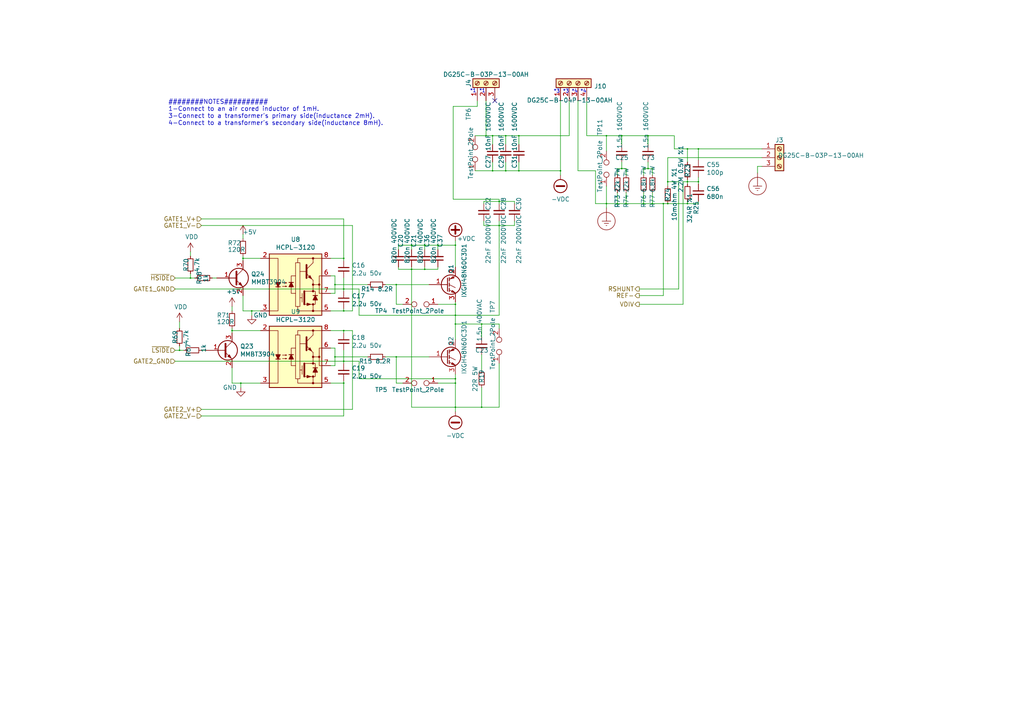
<source format=kicad_sch>
(kicad_sch (version 20201015) (generator eeschema)
  (page 1 7)
  (paper "A4")
  (lib_symbols
    (symbol "Connector:Screw_Terminal_01x03" (pin_names hide)
      (property "Reference" "J" (at 0 5.08 0))
      (property "Value" "Screw_Terminal_01x03" (at 0 -5.08 0))
      (symbol "Screw_Terminal_01x03_1_1"
        (pin passive line (at -5.08 2.54 0) (length 3.81) (name "Pin_1") (number "1"))
        (pin passive line (at -5.08 0 0) (length 3.81) (name "Pin_2") (number "2"))
        (pin passive line (at -5.08 -2.54 0) (length 3.81) (name "Pin_3") (number "3"))
      )
    )
    (symbol "Connector:Screw_Terminal_01x03_1" (pin_names hide)
      (property "Reference" "J" (at 0 5.08 0))
      (property "Value" "Screw_Terminal_01x03" (at 0 -5.08 0))
      (symbol "Screw_Terminal_01x03_1_1_1"
        (pin passive line (at -5.08 2.54 0) (length 3.81) (name "Pin_1") (number "1"))
        (pin passive line (at -5.08 0 0) (length 3.81) (name "Pin_2") (number "2"))
        (pin passive line (at -5.08 -2.54 0) (length 3.81) (name "Pin_3") (number "3"))
      )
    )
    (symbol "Connector:Screw_Terminal_01x04" (pin_names hide)
      (property "Reference" "J" (at 0 5.08 0))
      (property "Value" "Screw_Terminal_01x04" (at 0 -7.62 0))
      (symbol "Screw_Terminal_01x04_1_1"
        (pin passive line (at -5.08 2.54 0) (length 3.81) (name "Pin_1") (number "1"))
        (pin passive line (at -5.08 0 0) (length 3.81) (name "Pin_2") (number "2"))
        (pin passive line (at -5.08 -2.54 0) (length 3.81) (name "Pin_3") (number "3"))
        (pin passive line (at -5.08 -5.08 0) (length 3.81) (name "Pin_4") (number "4"))
      )
    )
    (symbol "Connector:TestPoint_2Pole" (pin_names (offset 0.762) hide)
      (property "Reference" "TP" (at 0 1.524 0))
      (property "Value" "TestPoint_2Pole" (at 0 -1.778 0))
      (symbol "TestPoint_2Pole_0_1"
        (pin passive line (at -5.08 0 0) (length 2.54) (name "1") (number "1"))
        (pin passive line (at 5.08 0 180) (length 2.54) (name "2") (number "2"))
      )
    )
    (symbol "Device:C_Small_1" (pin_numbers hide) (pin_names (offset 0.254) hide)
      (property "Reference" "C" (at 0.254 1.778 0))
      (property "Value" "C_Small" (at 0.254 -2.032 0))
      (symbol "C_Small_1_1_1"
        (pin passive line (at 0 2.54 270) (length 2.032) (name "~") (number "1"))
        (pin passive line (at 0 -2.54 90) (length 2.032) (name "~") (number "2"))
      )
    )
    (symbol "Device:C_Small_10" (pin_numbers hide) (pin_names (offset 0.254) hide)
      (property "Reference" "C" (at 0.254 1.778 0))
      (property "Value" "C_Small" (at 0.254 -2.032 0))
      (symbol "C_Small_10_1_1"
        (pin passive line (at 0 2.54 270) (length 2.032) (name "~") (number "1"))
        (pin passive line (at 0 -2.54 90) (length 2.032) (name "~") (number "2"))
      )
    )
    (symbol "Device:C_Small_14" (pin_numbers hide) (pin_names (offset 0.254) hide)
      (property "Reference" "C" (at 0.254 1.778 0))
      (property "Value" "C_Small" (at 0.254 -2.032 0))
      (symbol "C_Small_14_1_1"
        (pin passive line (at 0 2.54 270) (length 2.032) (name "~") (number "1"))
        (pin passive line (at 0 -2.54 90) (length 2.032) (name "~") (number "2"))
      )
    )
    (symbol "Device:C_Small_17" (pin_numbers hide) (pin_names (offset 0.254) hide)
      (property "Reference" "C" (at 0.254 1.778 0))
      (property "Value" "C_Small" (at 0.254 -2.032 0))
      (symbol "C_Small_17_1_1"
        (pin passive line (at 0 2.54 270) (length 2.032) (name "~") (number "1"))
        (pin passive line (at 0 -2.54 90) (length 2.032) (name "~") (number "2"))
      )
    )
    (symbol "Device:C_Small_19" (pin_numbers hide) (pin_names (offset 0.254) hide)
      (property "Reference" "C" (at 0.254 1.778 0))
      (property "Value" "C_Small" (at 0.254 -2.032 0))
      (symbol "C_Small_19_1_1"
        (pin passive line (at 0 2.54 270) (length 2.032) (name "~") (number "1"))
        (pin passive line (at 0 -2.54 90) (length 2.032) (name "~") (number "2"))
      )
    )
    (symbol "Device:C_Small_2" (pin_numbers hide) (pin_names (offset 0.254) hide)
      (property "Reference" "C" (at 0.254 1.778 0))
      (property "Value" "C_Small" (at 0.254 -2.032 0))
      (symbol "C_Small_2_1_1"
        (pin passive line (at 0 2.54 270) (length 2.032) (name "~") (number "1"))
        (pin passive line (at 0 -2.54 90) (length 2.032) (name "~") (number "2"))
      )
    )
    (symbol "Device:C_Small_3" (pin_numbers hide) (pin_names (offset 0.254) hide)
      (property "Reference" "C" (at 0.254 1.778 0))
      (property "Value" "C_Small" (at 0.254 -2.032 0))
      (symbol "C_Small_3_1_1"
        (pin passive line (at 0 2.54 270) (length 2.032) (name "~") (number "1"))
        (pin passive line (at 0 -2.54 90) (length 2.032) (name "~") (number "2"))
      )
    )
    (symbol "Device:C_Small_5" (pin_numbers hide) (pin_names (offset 0.254) hide)
      (property "Reference" "C" (at 0.254 1.778 0))
      (property "Value" "C_Small" (at 0.254 -2.032 0))
      (symbol "C_Small_5_1_1"
        (pin passive line (at 0 2.54 270) (length 2.032) (name "~") (number "1"))
        (pin passive line (at 0 -2.54 90) (length 2.032) (name "~") (number "2"))
      )
    )
    (symbol "Device:C_Small_6" (pin_numbers hide) (pin_names (offset 0.254) hide)
      (property "Reference" "C" (at 0.254 1.778 0))
      (property "Value" "C_Small" (at 0.254 -2.032 0))
      (symbol "C_Small_6_1_1"
        (pin passive line (at 0 2.54 270) (length 2.032) (name "~") (number "1"))
        (pin passive line (at 0 -2.54 90) (length 2.032) (name "~") (number "2"))
      )
    )
    (symbol "Device:C_Small_9" (pin_numbers hide) (pin_names (offset 0.254) hide)
      (property "Reference" "C" (at 0.254 1.778 0))
      (property "Value" "C_Small" (at 0.254 -2.032 0))
      (symbol "C_Small_9_1_1"
        (pin passive line (at 0 2.54 270) (length 2.032) (name "~") (number "1"))
        (pin passive line (at 0 -2.54 90) (length 2.032) (name "~") (number "2"))
      )
    )
    (symbol "Device:Q_NIGBT_GCE_1" (pin_names (offset 0) hide)
      (property "Reference" "Q" (at 5.08 1.27 0))
      (property "Value" "Q_NIGBT_GCE" (at 5.08 -1.27 0))
      (symbol "Q_NIGBT_GCE_1_1_1"
        (pin input line (at -5.08 0 0) (length 5.334) (name "G") (number "1"))
        (pin passive line (at 2.54 5.08 270) (length 2.54) (name "C") (number "2"))
        (pin passive line (at 2.54 -5.08 90) (length 2.54) (name "E") (number "3"))
      )
    )
    (symbol "Device:R_Small_1" (pin_numbers hide) (pin_names (offset 0.254) hide)
      (property "Reference" "R" (at 0.762 0.508 0))
      (property "Value" "R_Small" (at 0.762 -1.016 0))
      (symbol "R_Small_1_1_1"
        (pin passive line (at 0 2.54 270) (length 0.762) (name "~") (number "1"))
        (pin passive line (at 0 -2.54 90) (length 0.762) (name "~") (number "2"))
      )
    )
    (symbol "Device:R_Small_10" (pin_numbers hide) (pin_names (offset 0.254) hide)
      (property "Reference" "R" (at 0.762 0.508 0))
      (property "Value" "R_Small" (at 0.762 -1.016 0))
      (symbol "R_Small_10_1_1"
        (pin passive line (at 0 2.54 270) (length 0.762) (name "~") (number "1"))
        (pin passive line (at 0 -2.54 90) (length 0.762) (name "~") (number "2"))
      )
    )
    (symbol "Device:R_Small_11" (pin_numbers hide) (pin_names (offset 0.254) hide)
      (property "Reference" "R" (at 0.762 0.508 0))
      (property "Value" "R_Small" (at 0.762 -1.016 0))
      (symbol "R_Small_11_1_1"
        (pin passive line (at 0 2.54 270) (length 0.762) (name "~") (number "1"))
        (pin passive line (at 0 -2.54 90) (length 0.762) (name "~") (number "2"))
      )
    )
    (symbol "Device:R_Small_14" (pin_numbers hide) (pin_names (offset 0.254) hide)
      (property "Reference" "R" (at 0.762 0.508 0))
      (property "Value" "R_Small" (at 0.762 -1.016 0))
      (symbol "R_Small_14_1_1"
        (pin passive line (at 0 2.54 270) (length 0.762) (name "~") (number "1"))
        (pin passive line (at 0 -2.54 90) (length 0.762) (name "~") (number "2"))
      )
    )
    (symbol "Device:R_Small_15" (pin_numbers hide) (pin_names (offset 0.254) hide)
      (property "Reference" "R" (at 0.762 0.508 0))
      (property "Value" "R_Small" (at 0.762 -1.016 0))
      (symbol "R_Small_15_1_1"
        (pin passive line (at 0 2.54 270) (length 0.762) (name "~") (number "1"))
        (pin passive line (at 0 -2.54 90) (length 0.762) (name "~") (number "2"))
      )
    )
    (symbol "Device:R_Small_16" (pin_numbers hide) (pin_names (offset 0.254) hide)
      (property "Reference" "R" (at 0.762 0.508 0))
      (property "Value" "R_Small" (at 0.762 -1.016 0))
      (symbol "R_Small_16_1_1"
        (pin passive line (at 0 2.54 270) (length 0.762) (name "~") (number "1"))
        (pin passive line (at 0 -2.54 90) (length 0.762) (name "~") (number "2"))
      )
    )
    (symbol "Device:R_Small_2" (pin_numbers hide) (pin_names (offset 0.254) hide)
      (property "Reference" "R" (at 0.762 0.508 0))
      (property "Value" "R_Small" (at 0.762 -1.016 0))
      (symbol "R_Small_2_1_1"
        (pin passive line (at 0 2.54 270) (length 0.762) (name "~") (number "1"))
        (pin passive line (at 0 -2.54 90) (length 0.762) (name "~") (number "2"))
      )
    )
    (symbol "Device:R_Small_23" (pin_numbers hide) (pin_names (offset 0.254) hide)
      (property "Reference" "R" (at 0.762 0.508 0))
      (property "Value" "R_Small" (at 0.762 -1.016 0))
      (symbol "R_Small_23_1_1"
        (pin passive line (at 0 2.54 270) (length 0.762) (name "~") (number "1"))
        (pin passive line (at 0 -2.54 90) (length 0.762) (name "~") (number "2"))
      )
    )
    (symbol "Device:R_Small_4" (pin_numbers hide) (pin_names (offset 0.254) hide)
      (property "Reference" "R" (at 0.762 0.508 0))
      (property "Value" "R_Small" (at 0.762 -1.016 0))
      (symbol "R_Small_4_1_1"
        (pin passive line (at 0 2.54 270) (length 0.762) (name "~") (number "1"))
        (pin passive line (at 0 -2.54 90) (length 0.762) (name "~") (number "2"))
      )
    )
    (symbol "Device:R_Small_5" (pin_numbers hide) (pin_names (offset 0.254) hide)
      (property "Reference" "R" (at 0.762 0.508 0))
      (property "Value" "R_Small" (at 0.762 -1.016 0))
      (symbol "R_Small_5_1_1"
        (pin passive line (at 0 2.54 270) (length 0.762) (name "~") (number "1"))
        (pin passive line (at 0 -2.54 90) (length 0.762) (name "~") (number "2"))
      )
    )
    (symbol "Device:R_Small_6" (pin_numbers hide) (pin_names (offset 0.254) hide)
      (property "Reference" "R" (at 0.762 0.508 0))
      (property "Value" "R_Small" (at 0.762 -1.016 0))
      (symbol "R_Small_6_1_1"
        (pin passive line (at 0 2.54 270) (length 0.762) (name "~") (number "1"))
        (pin passive line (at 0 -2.54 90) (length 0.762) (name "~") (number "2"))
      )
    )
    (symbol "Device:R_Small_8" (pin_numbers hide) (pin_names (offset 0.254) hide)
      (property "Reference" "R" (at 0.762 0.508 0))
      (property "Value" "R_Small" (at 0.762 -1.016 0))
      (symbol "R_Small_8_1_1"
        (pin passive line (at 0 2.54 270) (length 0.762) (name "~") (number "1"))
        (pin passive line (at 0 -2.54 90) (length 0.762) (name "~") (number "2"))
      )
    )
    (symbol "Device:R_Small_9" (pin_numbers hide) (pin_names (offset 0.254) hide)
      (property "Reference" "R" (at 0.762 0.508 0))
      (property "Value" "R_Small" (at 0.762 -1.016 0))
      (symbol "R_Small_9_1_1"
        (pin passive line (at 0 2.54 270) (length 0.762) (name "~") (number "1"))
        (pin passive line (at 0 -2.54 90) (length 0.762) (name "~") (number "2"))
      )
    )
    (symbol "Driver_FET:HCPL-3120" (pin_names hide)
      (property "Reference" "U" (at 0 12.7 0))
      (property "Value" "HCPL-3120" (at 0 10.16 0))
      (symbol "HCPL-3120_1_1"
        (pin unconnected line (at -7.62 2.54 0) (length 2.54) hide (name "NC") (number "1"))
        (pin passive line (at -10.16 7.62 0) (length 2.54) (name "A") (number "2"))
        (pin passive line (at -10.16 -7.62 0) (length 2.54) (name "C") (number "3"))
        (pin unconnected line (at -7.62 -2.54 0) (length 2.54) hide (name "NC") (number "4"))
        (pin power_out line (at 10.16 -7.62 180) (length 2.54) (name "VEE") (number "5"))
        (pin output line (at 10.16 2.54 180) (length 2.54) (name "VO") (number "6"))
        (pin output line (at 10.16 -2.54 180) (length 2.54) (name "VO") (number "7"))
        (pin power_in line (at 10.16 7.62 180) (length 2.54) (name "VCC") (number "8"))
      )
    )
    (symbol "Transistor_BJT:MMBT3904" (pin_names (offset 0) hide)
      (property "Reference" "Q" (at 5.08 1.905 0))
      (property "Value" "MMBT3904" (at 5.08 0 0))
      (symbol "MMBT3904_1_1"
        (pin input line (at -5.08 0 0) (length 5.715) (name "B") (number "1"))
        (pin passive line (at 2.54 -5.08 90) (length 2.54) (name "E") (number "2"))
        (pin passive line (at 2.54 5.08 270) (length 2.54) (name "C") (number "3"))
      )
    )
    (symbol "Transistor_BJT:MMBT3904_1" (pin_names (offset 0) hide)
      (property "Reference" "Q" (at 5.08 1.905 0))
      (property "Value" "MMBT3904" (at 5.08 0 0))
      (symbol "MMBT3904_1_1_1"
        (pin input line (at -5.08 0 0) (length 5.715) (name "B") (number "1"))
        (pin passive line (at 2.54 -5.08 90) (length 2.54) (name "E") (number "2"))
        (pin passive line (at 2.54 5.08 270) (length 2.54) (name "C") (number "3"))
      )
    )
    (symbol "power:+5V" (power) (pin_names (offset 0))
      (property "Value" "+5V" (at 0 3.556 0))
      (symbol "+5V_1_1"
        (pin power_in line (at 0 0 90) (length 0) hide (name "+5V") (number "1"))
      )
    )
    (symbol "power:+VDC" (power) (pin_names (offset 0))
      (property "Value" "+VDC" (at 0 6.35 0))
      (symbol "+VDC_1_1"
        (pin power_in line (at 0 0 90) (length 0) hide (name "+VDC") (number "1"))
      )
    )
    (symbol "power:-VDC" (power) (pin_names (offset 0))
      (property "Value" "-VDC" (at 0 6.35 0))
      (symbol "-VDC_1_1"
        (pin power_in line (at 0 0 90) (length 0) hide (name "-VDC") (number "1"))
      )
    )
    (symbol "power:Earth_Protective_1" (power) (pin_names (offset 0))
      (symbol "Earth_Protective_1_1_1"
        (pin power_in line (at 0 0 270) (length 0) hide (name "Earth_Protective") (number "1"))
      )
    )
    (symbol "power:GND" (power) (pin_names (offset 0))
      (property "Value" "GND" (at 0 -3.81 0))
      (symbol "GND_1_1"
        (pin power_in line (at 0 0 270) (length 0) hide (name "GND") (number "1"))
      )
    )
    (symbol "power:VDD" (power) (pin_names (offset 0))
      (property "Value" "VDD" (at 0 3.81 0))
      (symbol "VDD_1_1"
        (pin power_in line (at 0 0 90) (length 0) hide (name "VDD") (number "1"))
      )
    )
  )
  (junction (at 52.07 101.6) (diameter 0.3048))
  (junction (at 55.245 80.645) (diameter 0.3048))
  (junction (at 67.31 95.885) (diameter 0.3048))
  (junction (at 69.85 111.125) (diameter 0.3048))
  (junction (at 70.485 74.93) (diameter 0.3048))
  (junction (at 73.025 90.17) (diameter 0.3048))
  (junction (at 97.155 82.55) (diameter 0.3048))
  (junction (at 97.155 103.505) (diameter 0.3048))
  (junction (at 99.695 74.93) (diameter 0.3048))
  (junction (at 99.695 83.82) (diameter 0.3048))
  (junction (at 99.695 90.17) (diameter 0.3048))
  (junction (at 99.695 95.885) (diameter 0.3048))
  (junction (at 99.695 104.775) (diameter 0.3048))
  (junction (at 99.695 111.125) (diameter 0.3048))
  (junction (at 114.935 82.55) (diameter 0.3048))
  (junction (at 114.935 103.505) (diameter 0.3048))
  (junction (at 119.38 71.12) (diameter 0.3048))
  (junction (at 119.38 78.105) (diameter 0.3048))
  (junction (at 123.19 71.12) (diameter 0.3048))
  (junction (at 123.19 78.105) (diameter 0.3048))
  (junction (at 127 71.12) (diameter 0.3048))
  (junction (at 132.08 71.12) (diameter 0.3048))
  (junction (at 132.08 88.265) (diameter 0.3048))
  (junction (at 132.08 91.44) (diameter 0.3048))
  (junction (at 132.08 93.98) (diameter 0.3048))
  (junction (at 132.08 109.855) (diameter 0.3048))
  (junction (at 132.08 111.125) (diameter 0.3048))
  (junction (at 132.08 118.11) (diameter 0.3048))
  (junction (at 139.7 93.98) (diameter 0.3048))
  (junction (at 139.7 118.11) (diameter 0.3048))
  (junction (at 140.97 39.37) (diameter 0.3048))
  (junction (at 142.875 39.37) (diameter 0.3048))
  (junction (at 142.875 49.53) (diameter 0.3048))
  (junction (at 144.78 58.42) (diameter 0.3048))
  (junction (at 144.78 65.405) (diameter 0.3048))
  (junction (at 146.685 39.37) (diameter 0.3048))
  (junction (at 146.685 49.53) (diameter 0.3048))
  (junction (at 150.495 39.37) (diameter 0.3048))
  (junction (at 150.495 49.53) (diameter 0.3048))
  (junction (at 162.56 49.53) (diameter 0.3048))
  (junction (at 175.895 39.37) (diameter 0.3048))
  (junction (at 175.895 59.055) (diameter 0.3048))
  (junction (at 179.07 59.055) (diameter 0.3048))
  (junction (at 180.34 39.37) (diameter 0.3048))
  (junction (at 180.34 48.895) (diameter 0.3048))
  (junction (at 181.61 59.055) (diameter 0.3048))
  (junction (at 186.69 59.055) (diameter 0.3048))
  (junction (at 187.96 39.37) (diameter 0.3048))
  (junction (at 187.96 48.895) (diameter 0.3048))
  (junction (at 189.23 59.055) (diameter 0.3048))
  (junction (at 192.405 59.055) (diameter 0.3048))
  (junction (at 193.675 52.705) (diameter 0.3048))
  (junction (at 193.675 59.055) (diameter 0.3048))
  (junction (at 199.39 43.18) (diameter 0.3048))
  (junction (at 199.39 52.705) (diameter 0.3048))
  (junction (at 199.39 59.055) (diameter 0.3048))
  (junction (at 202.565 43.18) (diameter 0.3048))
  (junction (at 202.565 52.705) (diameter 0.3048))
  (no_connect (at 143.51 29.21))
  (wire (pts (xy 50.8 80.645) (xy 55.245 80.645)))
  (wire (pts (xy 50.8 83.82) (xy 99.695 83.82)))
  (wire (pts (xy 50.8 101.6) (xy 52.07 101.6)))
  (wire (pts (xy 50.8 104.775) (xy 99.695 104.775)))
  (wire (pts (xy 52.07 93.345) (xy 52.07 95.25)))
  (wire (pts (xy 52.07 100.33) (xy 52.07 101.6)))
  (wire (pts (xy 52.07 101.6) (xy 53.34 101.6)))
  (wire (pts (xy 55.245 73.025) (xy 55.245 74.295)))
  (wire (pts (xy 55.245 79.375) (xy 55.245 80.645)))
  (wire (pts (xy 55.245 80.645) (xy 56.515 80.645)))
  (wire (pts (xy 58.42 65.405) (xy 102.235 65.405)))
  (wire (pts (xy 58.42 101.6) (xy 59.69 101.6)))
  (wire (pts (xy 58.42 118.745) (xy 102.235 118.745)))
  (wire (pts (xy 61.595 80.645) (xy 62.865 80.645)))
  (wire (pts (xy 67.31 88.9) (xy 67.31 90.17)))
  (wire (pts (xy 67.31 95.25) (xy 67.31 95.885)))
  (wire (pts (xy 67.31 95.885) (xy 67.31 96.52)))
  (wire (pts (xy 67.31 95.885) (xy 75.565 95.885)))
  (wire (pts (xy 67.31 106.68) (xy 67.31 111.125)))
  (wire (pts (xy 67.31 111.125) (xy 69.85 111.125)))
  (wire (pts (xy 69.85 111.125) (xy 75.565 111.125)))
  (wire (pts (xy 69.85 112.395) (xy 69.85 111.125)))
  (wire (pts (xy 70.485 67.945) (xy 70.485 69.215)))
  (wire (pts (xy 70.485 74.295) (xy 70.485 74.93)))
  (wire (pts (xy 70.485 74.93) (xy 75.565 74.93)))
  (wire (pts (xy 70.485 75.565) (xy 70.485 74.93)))
  (wire (pts (xy 70.485 85.725) (xy 70.485 90.17)))
  (wire (pts (xy 70.485 90.17) (xy 73.025 90.17)))
  (wire (pts (xy 73.025 90.17) (xy 75.565 90.17)))
  (wire (pts (xy 73.025 91.44) (xy 73.025 90.17)))
  (wire (pts (xy 95.885 74.93) (xy 99.695 74.93)))
  (wire (pts (xy 95.885 85.09) (xy 97.155 85.09)))
  (wire (pts (xy 95.885 90.17) (xy 99.695 90.17)))
  (wire (pts (xy 95.885 95.885) (xy 99.695 95.885)))
  (wire (pts (xy 95.885 106.045) (xy 97.155 106.045)))
  (wire (pts (xy 95.885 111.125) (xy 99.695 111.125)))
  (wire (pts (xy 97.155 80.01) (xy 95.885 80.01)))
  (wire (pts (xy 97.155 82.55) (xy 97.155 80.01)))
  (wire (pts (xy 97.155 82.55) (xy 106.68 82.55)))
  (wire (pts (xy 97.155 85.09) (xy 97.155 82.55)))
  (wire (pts (xy 97.155 100.965) (xy 95.885 100.965)))
  (wire (pts (xy 97.155 103.505) (xy 97.155 100.965)))
  (wire (pts (xy 97.155 103.505) (xy 106.68 103.505)))
  (wire (pts (xy 97.155 106.045) (xy 97.155 103.505)))
  (wire (pts (xy 99.695 63.5) (xy 58.42 63.5)))
  (wire (pts (xy 99.695 74.93) (xy 99.695 63.5)))
  (wire (pts (xy 99.695 74.93) (xy 99.695 75.565)))
  (wire (pts (xy 99.695 80.645) (xy 99.695 83.82)))
  (wire (pts (xy 99.695 83.82) (xy 99.695 84.455)))
  (wire (pts (xy 99.695 83.82) (xy 104.14 83.82)))
  (wire (pts (xy 99.695 90.17) (xy 99.695 89.535)))
  (wire (pts (xy 99.695 90.17) (xy 102.235 90.17)))
  (wire (pts (xy 99.695 95.885) (xy 99.695 96.52)))
  (wire (pts (xy 99.695 101.6) (xy 99.695 104.775)))
  (wire (pts (xy 99.695 104.775) (xy 99.695 105.41)))
  (wire (pts (xy 99.695 111.125) (xy 99.695 110.49)))
  (wire (pts (xy 99.695 111.125) (xy 99.695 120.65)))
  (wire (pts (xy 99.695 120.65) (xy 58.42 120.65)))
  (wire (pts (xy 102.235 90.17) (xy 102.235 65.405)))
  (wire (pts (xy 102.235 95.885) (xy 99.695 95.885)))
  (wire (pts (xy 102.235 118.745) (xy 102.235 95.885)))
  (wire (pts (xy 104.14 83.82) (xy 104.14 91.44)))
  (wire (pts (xy 104.14 91.44) (xy 132.08 91.44)))
  (wire (pts (xy 104.14 104.775) (xy 99.695 104.775)))
  (wire (pts (xy 104.14 109.855) (xy 104.14 104.775)))
  (wire (pts (xy 104.14 109.855) (xy 132.08 109.855)))
  (wire (pts (xy 111.76 82.55) (xy 114.935 82.55)))
  (wire (pts (xy 111.76 103.505) (xy 114.935 103.505)))
  (wire (pts (xy 114.935 82.55) (xy 124.46 82.55)))
  (wire (pts (xy 114.935 88.265) (xy 114.935 82.55)))
  (wire (pts (xy 114.935 103.505) (xy 124.46 103.505)))
  (wire (pts (xy 114.935 111.125) (xy 114.935 103.505)))
  (wire (pts (xy 114.935 111.125) (xy 116.84 111.125)))
  (wire (pts (xy 115.57 71.12) (xy 119.38 71.12)))
  (wire (pts (xy 115.57 72.39) (xy 115.57 71.12)))
  (wire (pts (xy 115.57 77.47) (xy 115.57 78.105)))
  (wire (pts (xy 115.57 78.105) (xy 119.38 78.105)))
  (wire (pts (xy 116.84 88.265) (xy 114.935 88.265)))
  (wire (pts (xy 119.38 71.12) (xy 119.38 72.39)))
  (wire (pts (xy 119.38 71.12) (xy 123.19 71.12)))
  (wire (pts (xy 119.38 78.105) (xy 119.38 77.47)))
  (wire (pts (xy 119.38 78.105) (xy 119.38 118.11)))
  (wire (pts (xy 119.38 78.105) (xy 123.19 78.105)))
  (wire (pts (xy 119.38 118.11) (xy 132.08 118.11)))
  (wire (pts (xy 123.19 71.12) (xy 123.19 72.39)))
  (wire (pts (xy 123.19 71.12) (xy 127 71.12)))
  (wire (pts (xy 123.19 77.47) (xy 123.19 78.105)))
  (wire (pts (xy 123.19 78.105) (xy 127 78.105)))
  (wire (pts (xy 127 71.12) (xy 127 72.39)))
  (wire (pts (xy 127 71.12) (xy 132.08 71.12)))
  (wire (pts (xy 127 77.47) (xy 127 78.105)))
  (wire (pts (xy 127 88.265) (xy 132.08 88.265)))
  (wire (pts (xy 127 111.125) (xy 132.08 111.125)))
  (wire (pts (xy 131.445 30.861) (xy 131.445 57.785)))
  (wire (pts (xy 131.445 57.785) (xy 144.78 57.785)))
  (wire (pts (xy 132.08 69.85) (xy 132.08 71.12)))
  (wire (pts (xy 132.08 71.12) (xy 132.08 77.47)))
  (wire (pts (xy 132.08 87.63) (xy 132.08 88.265)))
  (wire (pts (xy 132.08 88.265) (xy 132.08 91.44)))
  (wire (pts (xy 132.08 91.44) (xy 132.08 93.98)))
  (wire (pts (xy 132.08 91.44) (xy 144.78 91.44)))
  (wire (pts (xy 132.08 93.98) (xy 132.08 98.425)))
  (wire (pts (xy 132.08 93.98) (xy 139.7 93.98)))
  (wire (pts (xy 132.08 108.585) (xy 132.08 109.855)))
  (wire (pts (xy 132.08 111.125) (xy 132.08 109.855)))
  (wire (pts (xy 132.08 111.125) (xy 132.08 118.11)))
  (wire (pts (xy 132.08 118.11) (xy 132.08 119.38)))
  (wire (pts (xy 132.08 118.11) (xy 139.7 118.11)))
  (wire (pts (xy 137.795 39.37) (xy 140.97 39.37)))
  (wire (pts (xy 137.795 49.53) (xy 142.875 49.53)))
  (wire (pts (xy 138.43 29.21) (xy 138.43 30.861)))
  (wire (pts (xy 138.43 30.861) (xy 131.445 30.861)))
  (wire (pts (xy 139.7 97.79) (xy 139.7 93.98)))
  (wire (pts (xy 139.7 102.87) (xy 139.7 107.315)))
  (wire (pts (xy 139.7 112.395) (xy 139.7 118.11)))
  (wire (pts (xy 139.7 118.11) (xy 144.78 118.11)))
  (wire (pts (xy 140.335 58.42) (xy 144.78 58.42)))
  (wire (pts (xy 140.335 59.055) (xy 140.335 58.42)))
  (wire (pts (xy 140.335 64.135) (xy 140.335 65.405)))
  (wire (pts (xy 140.335 65.405) (xy 144.78 65.405)))
  (wire (pts (xy 140.97 29.21) (xy 140.97 39.37)))
  (wire (pts (xy 140.97 39.37) (xy 142.875 39.37)))
  (wire (pts (xy 142.875 39.37) (xy 142.875 41.91)))
  (wire (pts (xy 142.875 39.37) (xy 146.685 39.37)))
  (wire (pts (xy 142.875 46.99) (xy 142.875 49.53)))
  (wire (pts (xy 142.875 49.53) (xy 146.685 49.53)))
  (wire (pts (xy 144.78 57.785) (xy 144.78 58.42)))
  (wire (pts (xy 144.78 58.42) (xy 144.78 59.055)))
  (wire (pts (xy 144.78 58.42) (xy 149.225 58.42)))
  (wire (pts (xy 144.78 64.135) (xy 144.78 65.405)))
  (wire (pts (xy 144.78 65.405) (xy 144.78 91.44)))
  (wire (pts (xy 144.78 65.405) (xy 149.225 65.405)))
  (wire (pts (xy 144.78 93.98) (xy 139.7 93.98)))
  (wire (pts (xy 144.78 95.25) (xy 144.78 93.98)))
  (wire (pts (xy 144.78 105.41) (xy 144.78 118.11)))
  (wire (pts (xy 146.685 39.37) (xy 146.685 41.91)))
  (wire (pts (xy 146.685 39.37) (xy 150.495 39.37)))
  (wire (pts (xy 146.685 46.99) (xy 146.685 49.53)))
  (wire (pts (xy 146.685 49.53) (xy 150.495 49.53)))
  (wire (pts (xy 149.225 58.42) (xy 149.225 59.055)))
  (wire (pts (xy 149.225 64.135) (xy 149.225 65.405)))
  (wire (pts (xy 150.495 39.37) (xy 150.495 41.91)))
  (wire (pts (xy 150.495 39.37) (xy 165.1 39.37)))
  (wire (pts (xy 150.495 46.99) (xy 150.495 49.53)))
  (wire (pts (xy 150.495 49.53) (xy 162.56 49.53)))
  (wire (pts (xy 162.56 29.21) (xy 162.56 49.53)))
  (wire (pts (xy 162.56 49.53) (xy 162.56 50.8)))
  (wire (pts (xy 165.1 39.37) (xy 165.1 29.21)))
  (wire (pts (xy 167.64 29.21) (xy 167.64 49.53)))
  (wire (pts (xy 167.64 49.53) (xy 172.72 49.53)))
  (wire (pts (xy 170.18 29.21) (xy 170.18 39.37)))
  (wire (pts (xy 170.18 39.37) (xy 175.895 39.37)))
  (wire (pts (xy 172.72 49.53) (xy 172.72 59.055)))
  (wire (pts (xy 172.72 59.055) (xy 175.895 59.055)))
  (wire (pts (xy 175.895 39.37) (xy 175.895 43.815)))
  (wire (pts (xy 175.895 39.37) (xy 180.34 39.37)))
  (wire (pts (xy 175.895 53.975) (xy 175.895 59.055)))
  (wire (pts (xy 175.895 59.055) (xy 175.895 60.325)))
  (wire (pts (xy 175.895 59.055) (xy 179.07 59.055)))
  (wire (pts (xy 179.07 48.895) (xy 179.07 50.8)))
  (wire (pts (xy 179.07 55.88) (xy 179.07 59.055)))
  (wire (pts (xy 179.07 59.055) (xy 181.61 59.055)))
  (wire (pts (xy 180.34 39.37) (xy 180.34 41.91)))
  (wire (pts (xy 180.34 39.37) (xy 187.96 39.37)))
  (wire (pts (xy 180.34 46.99) (xy 180.34 48.895)))
  (wire (pts (xy 180.34 48.895) (xy 179.07 48.895)))
  (wire (pts (xy 180.34 48.895) (xy 181.61 48.895)))
  (wire (pts (xy 181.61 48.895) (xy 181.61 50.8)))
  (wire (pts (xy 181.61 55.88) (xy 181.61 59.055)))
  (wire (pts (xy 181.61 59.055) (xy 186.69 59.055)))
  (wire (pts (xy 185.42 83.82) (xy 196.85 83.82)))
  (wire (pts (xy 185.42 85.725) (xy 192.405 85.725)))
  (wire (pts (xy 185.42 88.265) (xy 198.12 88.265)))
  (wire (pts (xy 186.69 48.895) (xy 186.69 50.8)))
  (wire (pts (xy 186.69 48.895) (xy 187.96 48.895)))
  (wire (pts (xy 186.69 55.88) (xy 186.69 59.055)))
  (wire (pts (xy 186.69 59.055) (xy 189.23 59.055)))
  (wire (pts (xy 187.96 39.37) (xy 187.96 41.91)))
  (wire (pts (xy 187.96 39.37) (xy 195.58 39.37)))
  (wire (pts (xy 187.96 46.99) (xy 187.96 48.895)))
  (wire (pts (xy 187.96 48.895) (xy 189.23 48.895)))
  (wire (pts (xy 189.23 48.895) (xy 189.23 50.8)))
  (wire (pts (xy 189.23 55.88) (xy 189.23 59.055)))
  (wire (pts (xy 189.23 59.055) (xy 192.405 59.055)))
  (wire (pts (xy 192.405 59.055) (xy 193.675 59.055)))
  (wire (pts (xy 192.405 85.725) (xy 192.405 59.055)))
  (wire (pts (xy 193.675 45.72) (xy 193.675 52.705)))
  (wire (pts (xy 193.675 45.72) (xy 220.98 45.72)))
  (wire (pts (xy 193.675 52.705) (xy 193.675 53.975)))
  (wire (pts (xy 193.675 59.055) (xy 199.39 59.055)))
  (wire (pts (xy 195.58 39.37) (xy 195.58 43.18)))
  (wire (pts (xy 195.58 43.18) (xy 199.39 43.18)))
  (wire (pts (xy 196.85 52.705) (xy 193.675 52.705)))
  (wire (pts (xy 196.85 83.82) (xy 196.85 52.705)))
  (wire (pts (xy 198.12 52.705) (xy 198.12 88.265)))
  (wire (pts (xy 199.39 43.18) (xy 199.39 46.99)))
  (wire (pts (xy 199.39 43.18) (xy 202.565 43.18)))
  (wire (pts (xy 199.39 52.07) (xy 199.39 52.705)))
  (wire (pts (xy 199.39 52.705) (xy 198.12 52.705)))
  (wire (pts (xy 199.39 52.705) (xy 199.39 53.34)))
  (wire (pts (xy 199.39 52.705) (xy 202.565 52.705)))
  (wire (pts (xy 199.39 59.055) (xy 199.39 58.42)))
  (wire (pts (xy 199.39 59.055) (xy 202.565 59.055)))
  (wire (pts (xy 202.565 43.18) (xy 202.565 46.355)))
  (wire (pts (xy 202.565 43.18) (xy 220.98 43.18)))
  (wire (pts (xy 202.565 52.705) (xy 202.565 51.435)))
  (wire (pts (xy 202.565 52.705) (xy 202.565 53.34)))
  (wire (pts (xy 202.565 59.055) (xy 202.565 58.42)))
  (wire (pts (xy 219.71 48.26) (xy 219.71 50.165)))
  (wire (pts (xy 219.71 48.26) (xy 220.98 48.26)))
  (text "########NOTES##########\n1-Connect to an air cored inductor of 1mH.\n3-Connect to a transformer's primary side(inductance 2mH).\n4-Connect to a transformer's secondary side(inductance 8mH).\n" (at 48.768 36.576 0) (effects (font (size 1.27 1.27)) (justify left bottom)))
  (text "*1" (at 138.176 27.051 180) (effects (font (size 1 1)) (justify right bottom)))
  (text "*1\n" (at 140.843 27.051 180) (effects (font (size 1 1)) (justify right bottom)))
  (text "*3" (at 160.528 27.178 0) (effects (font (size 1 1)) (justify left bottom)))
  (text "*3" (at 163.195 27.178 0) (effects (font (size 0.991 0.991)) (justify left bottom)))
  (text "*4" (at 165.735 27.178 0) (effects (font (size 0.991 0.991)) (justify left bottom)))
  (text "*4" (at 168.275 27.178 0) (effects (font (size 0.991 0.991)) (justify left bottom)))
  (hierarchical_label "~HSIDE" (shape input) (at 50.8 80.645 180))
  (hierarchical_label "GATE1_GND" (shape input) (at 50.8 83.82 180))
  (hierarchical_label "~LSIDE" (shape input) (at 50.8 101.6 180))
  (hierarchical_label "GATE2_GND" (shape input) (at 50.8 104.775 180))
  (hierarchical_label "GATE1_V+" (shape input) (at 58.42 63.5 180))
  (hierarchical_label "GATE1_V-" (shape input) (at 58.42 65.405 180))
  (hierarchical_label "GATE2_V+" (shape input) (at 58.42 118.745 180))
  (hierarchical_label "GATE2_V-" (shape input) (at 58.42 120.65 180))
  (hierarchical_label "RSHUNT" (shape output) (at 185.42 83.82 180))
  (hierarchical_label "REF-" (shape output) (at 185.42 85.725 180))
  (hierarchical_label "VDIV" (shape output) (at 185.42 88.265 180))
  (symbol (lib_id "power:VDD") (at 52.07 93.345 0) (unit 1)
    (property "Reference" "#PWR06" (effects hide))
    (property "Value" "VDD" (at 52.4383 89.0206 0))
  )
  (symbol (lib_id "power:VDD") (at 55.245 73.025 0) (unit 1)
    (property "Reference" "#PWR07" (effects hide))
    (property "Value" "VDD" (at 55.6133 68.7006 0))
  )
  (symbol (lib_id "power:+5V") (at 67.31 88.9 0) (unit 1)
    (property "Reference" "#PWR0126" (effects hide))
    (property "Value" "+5V" (at 67.691 84.582 0))
  )
  (symbol (lib_id "power:+5V") (at 70.485 67.945 0) (unit 1)
    (property "Reference" "#PWR0129" (effects hide))
    (property "Value" "+5V" (at 72.39 67.31 0))
  )
  (symbol (lib_id "power:GND") (at 69.85 112.395 0) (unit 1)
    (property "Reference" "#PWR0127" (effects hide))
    (property "Value" "GND" (at 66.675 112.395 0))
  )
  (symbol (lib_id "power:GND") (at 73.025 91.44 0) (unit 1)
    (property "Reference" "#PWR0128" (effects hide))
    (property "Value" "GND" (at 75.565 91.44 0))
  )
  (symbol (lib_name "Device:R_Small_16") (lib_id "Device:R_Small") (at 52.07 97.79 180) (unit 1)
    (property "Reference" "R69" (at 50.8 97.79 90))
    (property "Value" "4.7k" (at 53.975 97.79 90))
    (property "Footprint" "Resistor_SMD:R_0805_2012Metric" (effects hide))
    (property "Link" "https://ozdisan.com/passive-components/resistors/smt-smd-and-chip-resistors/0805S8F4701T5E" (effects hide))
    (property "Price" "0.00286 USD" (effects hide))
  )
  (symbol (lib_name "Device:R_Small_9") (lib_id "Device:R_Small") (at 55.245 76.835 180) (unit 1)
    (property "Reference" "R70" (at 53.975 76.835 90))
    (property "Value" "4.7k" (at 57.15 76.835 90))
    (property "Footprint" "Resistor_SMD:R_0805_2012Metric" (effects hide))
    (property "Link" "https://ozdisan.com/passive-components/resistors/smt-smd-and-chip-resistors/0805S8F4701T5E" (effects hide))
    (property "Price" "0.00286 USD" (effects hide))
  )
  (symbol (lib_name "Device:R_Small_4") (lib_id "Device:R_Small") (at 55.88 101.6 90) (unit 1)
    (property "Reference" "R67" (at 54.61 103.505 0) (effects (justify left)))
    (property "Value" "1k" (at 59.055 102.235 0) (effects (justify left)))
    (property "Footprint" "Resistor_SMD:R_0805_2012Metric" (effects hide))
    (property "Link" "https://ozdisan.com/passive-components/resistors/smt-smd-and-chip-resistors/0805S8J0102T5E" (effects hide))
    (property "Price" "0.00221 USD" (effects hide))
  )
  (symbol (lib_name "Device:R_Small_14") (lib_id "Device:R_Small") (at 59.055 80.645 90) (unit 1)
    (property "Reference" "R68" (at 57.785 82.55 0) (effects (justify left)))
    (property "Value" "1k" (at 59.69 81.915 0) (effects (justify left)))
    (property "Footprint" "Resistor_SMD:R_0805_2012Metric" (effects hide))
    (property "Link" "https://ozdisan.com/passive-components/resistors/smt-smd-and-chip-resistors/0805S8J0102T5E" (effects hide))
    (property "Price" "0.00221 USD" (effects hide))
  )
  (symbol (lib_name "Device:R_Small_8") (lib_id "Device:R_Small") (at 67.31 92.71 0) (unit 1)
    (property "Reference" "R71" (at 62.865 91.44 0) (effects (justify left)))
    (property "Value" "120R" (at 62.865 93.345 0) (effects (justify left)))
    (property "Footprint" "Resistor_SMD:R_0805_2012Metric" (effects hide))
    (property "Link" "https://ozdisan.com/passive-components/resistors/smt-smd-and-chip-resistors/HP05W3F1200T5E" (effects hide))
    (property "Price" "0.00741 USD" (effects hide))
  )
  (symbol (lib_name "Device:R_Small_8") (lib_id "Device:R_Small") (at 70.485 71.755 0) (unit 1)
    (property "Reference" "R72" (at 66.04 70.485 0) (effects (justify left)))
    (property "Value" "120R" (at 66.04 72.39 0) (effects (justify left)))
    (property "Footprint" "Resistor_SMD:R_0805_2012Metric" (effects hide))
    (property "Link" "https://ozdisan.com/passive-components/resistors/smt-smd-and-chip-resistors/HP05W3F1200T5E" (effects hide))
    (property "Price" "0.00741 USD" (effects hide))
  )
  (symbol (lib_name "Device:R_Small_6") (lib_id "Device:R_Small") (at 109.22 82.55 90) (unit 1)
    (property "Reference" "R14" (at 106.68 83.82 90))
    (property "Value" "8.2R" (at 111.76 83.82 90))
    (property "Footprint" "Resistor_SMD:R_1206_3216Metric" (effects hide))
    (property "Link" "https://ozdisan.com/passive-components/resistors/smt-smd-and-chip-resistors/1206S4J082JT5E" (effects hide))
    (property "Price" "0.00364 USD" (effects hide))
  )
  (symbol (lib_name "Device:R_Small_6") (lib_id "Device:R_Small") (at 109.22 103.505 90) (unit 1)
    (property "Reference" "R15" (at 106.045 104.775 90))
    (property "Value" "8.2R" (at 111.125 104.775 90))
    (property "Footprint" "Resistor_SMD:R_1206_3216Metric" (effects hide))
    (property "Link" "https://ozdisan.com/passive-components/resistors/smt-smd-and-chip-resistors/1206S4J082JT5E" (effects hide))
    (property "Price" "0.00364 USD" (effects hide))
  )
  (symbol (lib_name "Device:R_Small_23") (lib_id "Device:R_Small") (at 139.7 109.855 0) (unit 1)
    (property "Reference" "R19" (at 139.7 111.125 90) (effects (justify left)))
    (property "Value" "22R 5W" (at 137.795 113.665 90) (effects (justify left)))
    (property "Footprint" "Resistor_THT:R_Axial_Power_L25.0mm_W9.0mm_P30.48mm" (effects hide))
    (property "Link" "https://ozdisan.com/passive-components/resistors/tht-through-hole-resistors/MOR05SJ0220B07" (effects hide))
    (property "Price" "0.15928 USD" (effects hide))
  )
  (symbol (lib_name "Device:R_Small_15") (lib_id "Device:R_Small") (at 179.07 53.34 0) (unit 1)
    (property "Reference" "R73" (at 179.07 60.325 90) (effects (justify left)))
    (property "Value" "22k 7W" (at 179.07 55.88 90) (effects (justify left)))
    (property "Footprint" "Resistor_THT:R_Axial_DIN0922_L20.0mm_D9.0mm_P30.48mm_Horizontal" (effects hide))
    (property "Link" "https://ozdisan.com/passive-components/resistors/tht-through-hole-resistors/MOR07SJ0223B00" (effects hide))
    (property "Price" "0.19746 USD" (effects hide))
  )
  (symbol (lib_name "Device:R_Small_15") (lib_id "Device:R_Small") (at 181.61 53.34 0) (unit 1)
    (property "Reference" "R74" (at 181.61 60.325 90) (effects (justify left)))
    (property "Value" "22k 7W" (at 181.61 55.88 90) (effects (justify left)))
    (property "Footprint" "Resistor_THT:R_Axial_DIN0922_L20.0mm_D9.0mm_P30.48mm_Horizontal" (effects hide))
    (property "Link" "https://ozdisan.com/passive-components/resistors/tht-through-hole-resistors/MOR07SJ0223B00" (effects hide))
    (property "Price" "0.19746 USD" (effects hide))
  )
  (symbol (lib_name "Device:R_Small_5") (lib_id "Device:R_Small") (at 186.69 53.34 0) (unit 1)
    (property "Reference" "R76" (at 186.69 60.325 90) (effects (justify left)))
    (property "Value" "6.8k 7W" (at 186.69 55.88 90) (effects (justify left)))
    (property "Footprint" "Resistor_THT:R_Axial_Power_L25.0mm_W9.0mm_P30.48mm" (effects hide))
    (property "Link" "https://ozdisan.com/passive-components/resistors/tht-through-hole-resistors/MOR07SJ0682B00" (effects hide))
    (property "Price" "0.19746 USD" (effects hide))
  )
  (symbol (lib_name "Device:R_Small_10") (lib_id "Device:R_Small") (at 189.23 53.34 0) (unit 1)
    (property "Reference" "R77" (at 189.23 60.325 90) (effects (justify left)))
    (property "Value" "6.8k 7W" (at 189.23 55.88 90) (effects (justify left)))
    (property "Footprint" "Resistor_THT:R_Axial_Power_L25.0mm_W9.0mm_P30.48mm" (effects hide))
    (property "Link" "https://ozdisan.com/passive-components/resistors/tht-through-hole-resistors/MOR07SJ0682B00" (effects hide))
    (property "Price" "0.19746 USD" (effects hide))
  )
  (symbol (lib_name "Device:R_Small_11") (lib_id "Device:R_Small") (at 193.675 56.515 0) (unit 1)
    (property "Reference" "R24" (at 193.675 58.42 90) (effects (justify left)))
    (property "Value" "10mohm 4W %1" (at 195.58 64.135 90) (effects (justify left)))
    (property "Footprint" "Resistor_SMD:R_2512_6332Metric" (effects hide))
    (property "Link" "https://ozdisan.com/passive-components/resistors/precision-power-and-shunt-resistors/VMS-R010-1-0" (effects hide))
    (property "Price" "0.93093 USD" (effects hide))
  )
  (symbol (lib_name "Device:R_Small_1") (lib_id "Device:R_Small") (at 199.39 49.53 0) (unit 1)
    (property "Reference" "R23" (at 199.39 51.435 90) (effects (justify left)))
    (property "Value" "2.2M 0.5W %1" (at 197.485 55.88 90) (effects (justify left)))
    (property "Footprint" "Resistor_SMD:R_1812_4532Metric" (effects hide))
    (property "Link" "https://ozdisan.com/passive-components/resistors/smt-smd-and-chip-resistors/1812W2F2204T4E" (effects hide))
    (property "Price" "0.05136 USD" (effects hide))
  )
  (symbol (lib_name "Device:R_Small_2") (lib_id "Device:R_Small") (at 199.39 55.88 0) (unit 1)
    (property "Reference" "R25" (at 201.93 62.23 90) (effects (justify left)))
    (property "Value" "324R %1" (at 200.025 64.77 90) (effects (justify left)))
    (property "Footprint" "Resistor_SMD:R_0805_2012Metric" (effects hide))
    (property "Link" "https://ozdisan.com/passive-components/resistors/smt-smd-and-chip-resistors/0805S8F3240T5E" (effects hide))
    (property "Price" "0.00286 USD" (effects hide))
  )
  (symbol (lib_name "Device:C_Small_14") (lib_id "Device:C_Small") (at 99.695 78.105 0) (unit 1)
    (property "Reference" "C16" (at 102.0192 76.9556 0) (effects (justify left)))
    (property "Value" "2.2u 50v" (at 102.0192 79.2543 0) (effects (justify left)))
    (property "Footprint" "Capacitor_SMD:C_0805_2012Metric" (effects hide))
    (property "Link" "https://ozdisan.com/passive-components/capacitors/smt-smd-and-mlcc-capacitors/CL21A225KBQNNNE" (effects hide))
    (property "Price" "0.05880 USD" (effects hide))
  )
  (symbol (lib_name "Device:C_Small_14") (lib_id "Device:C_Small") (at 99.695 86.995 0) (unit 1)
    (property "Reference" "C17" (at 102.0192 85.8456 0) (effects (justify left)))
    (property "Value" "2.2u 50v" (at 102.0192 88.1443 0) (effects (justify left)))
    (property "Footprint" "Capacitor_SMD:C_0805_2012Metric" (effects hide))
    (property "Link" "https://ozdisan.com/passive-components/capacitors/smt-smd-and-mlcc-capacitors/CL21A225KBQNNNE" (effects hide))
    (property "Price" "0.05880 USD" (effects hide))
  )
  (symbol (lib_name "Device:C_Small_14") (lib_id "Device:C_Small") (at 99.695 99.06 0) (unit 1)
    (property "Reference" "C18" (at 102.0192 97.9106 0) (effects (justify left)))
    (property "Value" "2.2u 50v" (at 102.0192 100.2093 0) (effects (justify left)))
    (property "Footprint" "Capacitor_SMD:C_0805_2012Metric" (effects hide))
    (property "Link" "https://ozdisan.com/passive-components/capacitors/smt-smd-and-mlcc-capacitors/CL21A225KBQNNNE" (effects hide))
    (property "Price" "0.05880 USD" (effects hide))
  )
  (symbol (lib_name "Device:C_Small_14") (lib_id "Device:C_Small") (at 99.695 107.95 0) (unit 1)
    (property "Reference" "C19" (at 102.0192 106.8006 0) (effects (justify left)))
    (property "Value" "2.2u 50v" (at 102.0192 109.0993 0) (effects (justify left)))
    (property "Footprint" "Capacitor_SMD:C_0805_2012Metric" (effects hide))
    (property "Link" "https://ozdisan.com/passive-components/capacitors/smt-smd-and-mlcc-capacitors/CL21A225KBQNNNE" (effects hide))
    (property "Price" "0.05880 USD" (effects hide))
  )
  (symbol (lib_name "Device:C_Small_19") (lib_id "Device:C_Small") (at 115.57 74.93 180) (unit 1)
    (property "Reference" "C20" (at 116.205 69.85 90))
    (property "Value" "820n 400VDC" (at 114.3 69.85 90))
    (property "Footprint" "Capacitor_THT:C_Rect_L24.0mm_W10.1mm_P22.50mm_MKT" (effects hide))
    (property "Link" "https://ozdisan.com/passive-components/capacitors/film-capacitors/TMCF03-824K400VP22-5B" (effects hide))
    (property "Price" "0.11041 USD" (effects hide))
  )
  (symbol (lib_name "Device:C_Small_17") (lib_id "Device:C_Small") (at 119.38 74.93 180) (unit 1)
    (property "Reference" "C21" (at 120.015 69.85 90))
    (property "Value" "820n 400VDC" (at 118.11 69.85 90))
    (property "Footprint" "Capacitor_THT:C_Rect_L24.0mm_W10.1mm_P22.50mm_MKT" (effects hide))
    (property "Link" "https://ozdisan.com/passive-components/capacitors/film-capacitors/TMCF03-824K400VP22-5B" (effects hide))
    (property "Price" "0.11041 USD" (effects hide))
  )
  (symbol (lib_name "Device:C_Small_5") (lib_id "Device:C_Small") (at 123.19 74.93 180) (unit 1)
    (property "Reference" "C36" (at 123.825 69.85 90))
    (property "Value" "820n 400VDC" (at 121.92 69.85 90))
    (property "Footprint" "Capacitor_THT:C_Rect_L24.0mm_W10.1mm_P22.50mm_MKT" (effects hide))
    (property "Link" "https://ozdisan.com/passive-components/capacitors/film-capacitors/TMCF03-824K400VP22-5B" (effects hide))
    (property "Price" "0.11041 USD" (effects hide))
  )
  (symbol (lib_name "Device:C_Small_6") (lib_id "Device:C_Small") (at 127 74.93 180) (unit 1)
    (property "Reference" "C37" (at 127.635 69.85 90))
    (property "Value" "820n 400VDC" (at 125.73 69.85 90))
    (property "Footprint" "Capacitor_THT:C_Rect_L24.0mm_W10.1mm_P22.50mm_MKT" (effects hide))
    (property "Link" "https://ozdisan.com/passive-components/capacitors/film-capacitors/TMCF03-824K400VP22-5B" (effects hide))
    (property "Price" "0.11041 USD" (effects hide))
  )
  (symbol (lib_name "Device:C_Small_9") (lib_id "Device:C_Small") (at 139.7 100.33 0) (unit 1)
    (property "Reference" "C23" (at 137.795 101.6 0) (effects (justify left)))
    (property "Value" "1.5n 400VAC" (at 139.065 99.06 90) (effects (justify left)))
    (property "Footprint" "Capacitor_THT:C_Rect_L18.0mm_W5.0mm_P15.00mm_FKS3_FKP3" (effects hide))
    (property "Link" "https://ozdisan.com/passive-components/capacitors/film-capacitors/C323C152J60A605" (effects hide))
    (property "Price" "0.11810 USD" (effects hide))
  )
  (symbol (lib_name "Device:C_Small_10") (lib_id "Device:C_Small") (at 140.335 61.595 180) (unit 1)
    (property "Reference" "C22" (at 141.605 57.15 90) (effects (justify left)))
    (property "Value" "22nF 2000VDC" (at 141.605 62.23 90) (effects (justify left)))
    (property "Footprint" "Capacitor_THT:C_Rect_L26.5mm_W10.5mm_P22.50mm_MKS4" (effects hide))
    (property "Link" "https://ozdisan.com/passive-components/capacitors/film-capacitors/C84V1223J90C000" (effects hide))
    (property "Price" "0.51486 USD" (effects hide))
  )
  (symbol (lib_name "Device:C_Small_10") (lib_id "Device:C_Small") (at 142.875 44.45 0) (unit 1)
    (property "Reference" "C27" (at 141.605 48.895 90) (effects (justify left)))
    (property "Value" "10nF 1600VDC " (at 141.605 43.815 90) (effects (justify left)))
    (property "Footprint" "Capacitor_THT:C_Rect_L18.0mm_W6.0mm_P15.00mm_FKS3_FKP3" (effects hide))
    (property "Link" "https://ozdisan.com/passive-components/capacitors/film-capacitors/C323C103J60A605" (effects hide))
    (property "Price" "0.16698 USD" (effects hide))
  )
  (symbol (lib_name "Device:C_Small_10") (lib_id "Device:C_Small") (at 144.78 61.595 180) (unit 1)
    (property "Reference" "C28" (at 146.05 57.15 90) (effects (justify left)))
    (property "Value" "22nF 2000VDC" (at 146.05 62.23 90) (effects (justify left)))
    (property "Footprint" "Capacitor_THT:C_Rect_L26.5mm_W10.5mm_P22.50mm_MKS4" (effects hide))
    (property "Link" "https://ozdisan.com/passive-components/capacitors/film-capacitors/C84V1223J90C000" (effects hide))
    (property "Price" "0.51486 USD" (effects hide))
  )
  (symbol (lib_name "Device:C_Small_10") (lib_id "Device:C_Small") (at 146.685 44.45 0) (unit 1)
    (property "Reference" "C29" (at 145.415 48.895 90) (effects (justify left)))
    (property "Value" "10nF 1600VDC " (at 145.415 43.815 90) (effects (justify left)))
    (property "Footprint" "Capacitor_THT:C_Rect_L18.0mm_W6.0mm_P15.00mm_FKS3_FKP3" (effects hide))
    (property "Link" "https://ozdisan.com/passive-components/capacitors/film-capacitors/C323C103J60A605" (effects hide))
    (property "Price" "0.16698 USD" (effects hide))
  )
  (symbol (lib_name "Device:C_Small_10") (lib_id "Device:C_Small") (at 149.225 61.595 180) (unit 1)
    (property "Reference" "C30" (at 150.495 57.15 90) (effects (justify left)))
    (property "Value" "22nF 2000VDC" (at 150.495 62.23 90) (effects (justify left)))
    (property "Footprint" "Capacitor_THT:C_Rect_L26.5mm_W10.5mm_P22.50mm_MKS4" (effects hide))
    (property "Link" "https://ozdisan.com/passive-components/capacitors/film-capacitors/C84V1223J90C000" (effects hide))
    (property "Price" "0.51486 USD" (effects hide))
  )
  (symbol (lib_name "Device:C_Small_10") (lib_id "Device:C_Small") (at 150.495 44.45 0) (unit 1)
    (property "Reference" "C31" (at 149.225 48.895 90) (effects (justify left)))
    (property "Value" "10nF 1600VDC " (at 149.225 43.815 90) (effects (justify left)))
    (property "Footprint" "Capacitor_THT:C_Rect_L18.0mm_W6.0mm_P15.00mm_FKS3_FKP3" (effects hide))
    (property "Link" "https://ozdisan.com/passive-components/capacitors/film-capacitors/C323C103J60A605" (effects hide))
    (property "Price" "0.16698 USD" (effects hide))
  )
  (symbol (lib_name "Device:C_Small_3") (lib_id "Device:C_Small") (at 180.34 44.45 0) (unit 1)
    (property "Reference" "C25" (at 178.435 45.72 0) (effects (justify left)))
    (property "Value" "1.5n 1600VDC" (at 179.705 43.18 90) (effects (justify left)))
    (property "Footprint" "Capacitor_THT:C_Rect_L18.0mm_W5.0mm_P15.00mm_FKS3_FKP3" (effects hide))
    (property "Link" "https://ozdisan.com/passive-components/capacitors/film-capacitors/C323C152J60A605" (effects hide))
    (property "Price" "0.11810 USD" (effects hide))
  )
  (symbol (lib_name "Device:C_Small_3") (lib_id "Device:C_Small") (at 187.96 44.45 0) (unit 1)
    (property "Reference" "C73" (at 186.055 45.72 0) (effects (justify left)))
    (property "Value" "1.5n 1600VDC" (at 187.325 43.18 90) (effects (justify left)))
    (property "Footprint" "Capacitor_THT:C_Rect_L18.0mm_W5.0mm_P15.00mm_FKS3_FKP3" (effects hide))
    (property "Link" "https://ozdisan.com/passive-components/capacitors/film-capacitors/C323C152J60A605" (effects hide))
    (property "Price" "0.11810 USD" (effects hide))
  )
  (symbol (lib_name "Device:C_Small_2") (lib_id "Device:C_Small") (at 202.565 48.895 0) (unit 1)
    (property "Reference" "C55" (at 204.9018 47.752 0) (effects (justify left)))
    (property "Value" "100p" (at 204.9018 50.038 0) (effects (justify left)))
    (property "Footprint" "Capacitor_SMD:C_1210_3225Metric" (effects hide))
    (property "Link" "https://ozdisan.com/passive-components/capacitors/smt-smd-and-mlcc-capacitors/C1210C101KGRAC7800" (effects hide))
    (property "Price" "0.30671 USD" (effects hide))
  )
  (symbol (lib_name "Device:C_Small_1") (lib_id "Device:C_Small") (at 202.565 55.88 0) (unit 1)
    (property "Reference" "C56" (at 204.8892 54.7306 0) (effects (justify left)))
    (property "Value" "680n" (at 204.8892 57.0293 0) (effects (justify left)))
    (property "Footprint" "Capacitor_SMD:C_0805_2012Metric" (effects hide))
    (property "Link" "https://ozdisan.com/passive-components/capacitors/smt-smd-and-mlcc-capacitors/CL21B684KOFNNNE" (effects hide))
    (property "Price" "0.03123 USD" (effects hide))
  )
  (symbol (lib_id "power:+VDC") (at 132.08 69.85 0) (unit 1)
    (property "Reference" "#PWR035" (effects hide))
    (property "Value" "+VDC" (at 135.255 69.215 0))
  )
  (symbol (lib_id "power:-VDC") (at 132.08 119.38 180) (unit 1)
    (property "Reference" "#PWR0124" (effects hide))
    (property "Value" "-VDC" (at 132.08 126.3714 0))
  )
  (symbol (lib_id "power:-VDC") (at 162.56 50.8 180) (unit 1)
    (property "Reference" "#PWR0105" (effects hide))
    (property "Value" "-VDC" (at 162.56 57.785 0))
  )
  (symbol (lib_id "Connector:TestPoint_2Pole") (at 121.92 88.265 0) (mirror y) (unit 1)
    (property "Reference" "TP4" (at 112.395 90.17 0) (effects (justify left)))
    (property "Value" "TestPoint_2Pole" (at 128.905 90.17 0) (effects (justify left)))
    (property "Footprint" "Connector_PinHeader_2.54mm:PinHeader_1x02_P2.54mm_Vertical" (effects hide))
    (property "Link" "https://ozdisan.com/connectors-and-interconnects/headers/pin-headers/DS1021-1X2SF11-B" (effects hide))
    (property "Price" "0.01305 USD" (effects hide))
  )
  (symbol (lib_id "Connector:TestPoint_2Pole") (at 121.92 111.125 0) (mirror y) (unit 1)
    (property "Reference" "TP5" (at 112.395 113.03 0) (effects (justify left)))
    (property "Value" "TestPoint_2Pole" (at 128.905 113.03 0) (effects (justify left)))
    (property "Footprint" "Connector_PinHeader_2.54mm:PinHeader_1x02_P2.54mm_Vertical" (effects hide))
    (property "Link" "https://ozdisan.com/connectors-and-interconnects/headers/pin-headers/DS1021-1X2SF11-B" (effects hide))
    (property "Price" "0.01305 USD" (effects hide))
  )
  (symbol (lib_id "Connector:TestPoint_2Pole") (at 137.795 44.45 270) (mirror x) (unit 1)
    (property "Reference" "TP6" (at 135.89 34.925 0) (effects (justify left)))
    (property "Value" "TestPoint_2Pole" (at 136.525 52.07 0) (effects (justify left)))
    (property "Footprint" "Connector_PinHeader_2.54mm:PinHeader_1x02_P2.54mm_Vertical" (effects hide))
    (property "Link" "https://ozdisan.com/connectors-and-interconnects/headers/pin-headers/DS1021-1X2SF11-B" (effects hide))
    (property "Price" "0.01305 USD" (effects hide))
  )
  (symbol (lib_id "Connector:TestPoint_2Pole") (at 144.78 100.33 270) (mirror x) (unit 1)
    (property "Reference" "TP7" (at 142.875 90.805 0) (effects (justify left)))
    (property "Value" "TestPoint_2Pole" (at 142.875 107.315 0) (effects (justify left)))
    (property "Footprint" "Connector_PinHeader_2.54mm:PinHeader_1x02_P2.54mm_Vertical" (effects hide))
    (property "Link" "https://ozdisan.com/connectors-and-interconnects/headers/pin-headers/DS1021-1X2SF11-B" (effects hide))
    (property "Price" "0.01305 USD" (effects hide))
  )
  (symbol (lib_id "Connector:TestPoint_2Pole") (at 175.895 48.895 270) (mirror x) (unit 1)
    (property "Reference" "TP11" (at 173.99 39.37 0) (effects (justify left)))
    (property "Value" "TestPoint_2Pole" (at 173.99 55.88 0) (effects (justify left)))
    (property "Footprint" "Connector_PinHeader_2.54mm:PinHeader_1x02_P2.54mm_Vertical" (effects hide))
    (property "Link" "https://ozdisan.com/connectors-and-interconnects/headers/pin-headers/DS1021-1X2SF11-B" (effects hide))
    (property "Price" "0.01305 USD" (effects hide))
  )
  (symbol (lib_name "power:Earth_Protective_1") (lib_id "power:Earth_Protective") (at 175.895 60.325 0) (unit 1)
    (property "Reference" "#PWR011" (effects hide))
    (property "Value" "Earth_Protective" (effects hide))
  )
  (symbol (lib_name "power:Earth_Protective_1") (lib_id "power:Earth_Protective") (at 219.71 50.165 0) (unit 1)
    (property "Reference" "#PWR0123" (effects hide))
    (property "Value" "Earth_Protective" (effects hide))
  )
  (symbol (lib_name "Connector:Screw_Terminal_01x03_1") (lib_id "Connector:Screw_Terminal_01x03") (at 140.97 24.13 90) (unit 1)
    (property "Reference" "J4" (at 135.89 24.13 0))
    (property "Value" "DG25C-B-03P-13-00AH" (at 140.97 21.59 90))
    (property "Footprint" "oe_connector:DG25C-B-03P-13-00AH" (effects hide))
    (property "Link" "https://ozdisan.com/connectors-and-interconnects/terminal-blocks/barrier-terminal-blocks/DG25C-B-03P-13-00AH" (effects hide))
    (property "Price" "0.27554 USD" (effects hide))
  )
  (symbol (lib_id "Connector:Screw_Terminal_01x03") (at 226.06 45.72 0) (unit 1)
    (property "Reference" "J3" (at 226.06 40.64 0))
    (property "Value" "DG25C-B-03P-13-00AH" (at 238.125 45.085 0))
    (property "Footprint" "oe_connector:DG25C-B-03P-13-00AH" (effects hide))
    (property "Link" "https://ozdisan.com/connectors-and-interconnects/terminal-blocks/barrier-terminal-blocks/DG25C-B-03P-13-00AH" (effects hide))
    (property "Price" "0.27554 USD" (effects hide))
  )
  (symbol (lib_id "Connector:Screw_Terminal_01x04") (at 165.1 24.13 90) (unit 1)
    (property "Reference" "J10" (at 172.314 25.019 90) (effects (justify right)))
    (property "Value" "DG25C-B-04P-13-00AH" (at 152.781 29.083 90) (effects (justify right)))
    (property "Footprint" "oe_connector:DG25C-B-04P-13-00AH" (effects hide))
    (property "Link" "https://ozdisan.com/Product/Detail/442582/DG25C-B-04P-13-00AH" (effects hide))
    (property "Price" "0.41193 USD" (effects hide))
  )
  (symbol (lib_id "Transistor_BJT:MMBT3904") (at 64.77 101.6 0) (unit 1)
    (property "Reference" "Q23" (at 69.6214 100.457 0) (effects (justify left)))
    (property "Value" "MMBT3904" (at 69.6214 102.743 0) (effects (justify left)))
    (property "Footprint" "Package_TO_SOT_SMD:SOT-23" (effects hide))
    (property "Datasheet" "https://www.fairchildsemi.com/datasheets/2N/2N3904.pdf" (effects hide))
    (property "Link" "https://ozdisan.com/Product/Detail/451907/MMBT3904LT1G" (effects hide))
    (property "Price" "0.01281 USD" (effects hide))
  )
  (symbol (lib_name "Transistor_BJT:MMBT3904_1") (lib_id "Transistor_BJT:MMBT3904") (at 67.945 80.645 0) (unit 1)
    (property "Reference" "Q24" (at 72.7964 79.502 0) (effects (justify left)))
    (property "Value" "MMBT3904" (at 72.7964 81.788 0) (effects (justify left)))
    (property "Footprint" "Package_TO_SOT_SMD:SOT-23" (effects hide))
    (property "Datasheet" "https://www.fairchildsemi.com/datasheets/2N/2N3904.pdf" (effects hide))
    (property "Link" "https://ozdisan.com/Product/Detail/451907/MMBT3904LT1G" (effects hide))
    (property "Price" "0.01281 USD" (effects hide))
  )
  (symbol (lib_name "Device:Q_NIGBT_GCE_1") (lib_id "Device:Q_NIGBT_GCE") (at 129.54 82.55 0) (unit 1)
    (property "Reference" "Q1" (at 130.81 79.375 90) (effects (justify left)))
    (property "Value" "IXGH48N60C3D1" (at 134.62 86.36 90) (effects (justify left)))
    (property "Footprint" "Package_TO_SOT_THT:TO-247-3_Vertical" (effects hide))
    (property "Link" "https://www.ozdisan.com/power-semiconductors/igbts/discrete-igbts/IXGH48N60C3D1" (effects hide))
    (property "Price" "3.94031 USD" (effects hide))
  )
  (symbol (lib_name "Device:Q_NIGBT_GCE_1") (lib_id "Device:Q_NIGBT_GCE") (at 129.54 103.505 0) (unit 1)
    (property "Reference" "Q2" (at 130.81 100.33 90) (effects (justify left)))
    (property "Value" "IXGH48N60C3D1" (at 134.62 108.585 90) (effects (justify left)))
    (property "Footprint" "Package_TO_SOT_THT:TO-247-3_Vertical" (effects hide))
    (property "Link" "https://www.ozdisan.com/power-semiconductors/igbts/discrete-igbts/IXGH48N60C3D1" (effects hide))
    (property "Price" "3.94031 USD" (effects hide))
  )
  (symbol (lib_id "Driver_FET:HCPL-3120") (at 85.725 82.55 0) (unit 1)
    (property "Reference" "U8" (at 85.725 69.4436 0))
    (property "Value" "HCPL-3120" (at 85.725 71.755 0))
    (property "Footprint" "Package_DIP:DIP-8_W7.62mm" (effects hide))
    (property "Datasheet" "https://docs.broadcom.com/docs/AV02-0161EN" (effects hide))
    (property "Link" "https://ozdisan.com/optoelectronics-and-sensors/optoelectronics/optocoupler-gate-drivers/HCPL-3120-000E" (effects hide))
    (property "Price" "1.77474 USD" (effects hide))
  )
  (symbol (lib_id "Driver_FET:HCPL-3120") (at 85.725 103.505 0) (unit 1)
    (property "Reference" "U9" (at 85.725 90.3986 0))
    (property "Value" "HCPL-3120" (at 85.725 92.71 0))
    (property "Footprint" "Package_DIP:DIP-8_W7.62mm" (effects hide))
    (property "Datasheet" "https://docs.broadcom.com/docs/AV02-0161EN" (effects hide))
    (property "Link" "https://ozdisan.com/optoelectronics-and-sensors/optoelectronics/optocoupler-gate-drivers/HCPL-3120-000E" (effects hide))
    (property "Price" "1.77474 USD" (effects hide))
  )
)
</source>
